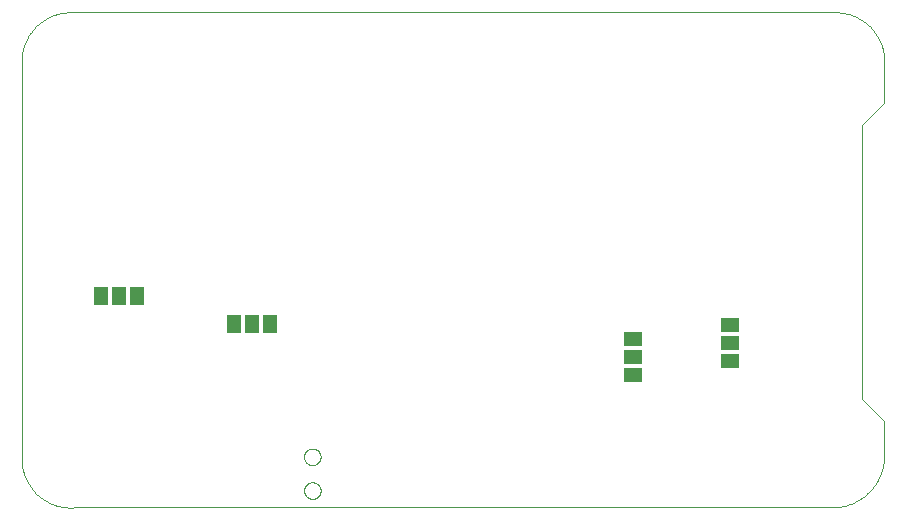
<source format=gbp>
G75*
%MOIN*%
%OFA0B0*%
%FSLAX25Y25*%
%IPPOS*%
%LPD*%
%AMOC8*
5,1,8,0,0,1.08239X$1,22.5*
%
%ADD10C,0.00000*%
%ADD11R,0.04600X0.06300*%
%ADD12R,0.06300X0.04600*%
D10*
X0032510Y0001517D02*
X0285010Y0001517D01*
X0285433Y0001522D01*
X0285855Y0001537D01*
X0286278Y0001563D01*
X0286699Y0001599D01*
X0287119Y0001645D01*
X0287539Y0001701D01*
X0287956Y0001767D01*
X0288372Y0001843D01*
X0288786Y0001929D01*
X0289198Y0002026D01*
X0289607Y0002132D01*
X0290014Y0002248D01*
X0290418Y0002374D01*
X0290818Y0002509D01*
X0291216Y0002654D01*
X0291609Y0002809D01*
X0291999Y0002973D01*
X0292385Y0003147D01*
X0292766Y0003330D01*
X0293143Y0003522D01*
X0293515Y0003723D01*
X0293882Y0003933D01*
X0294244Y0004151D01*
X0294600Y0004379D01*
X0294951Y0004615D01*
X0295296Y0004859D01*
X0295635Y0005112D01*
X0295968Y0005373D01*
X0296295Y0005641D01*
X0296615Y0005918D01*
X0296928Y0006202D01*
X0297234Y0006494D01*
X0297533Y0006793D01*
X0297825Y0007099D01*
X0298109Y0007412D01*
X0298386Y0007732D01*
X0298654Y0008059D01*
X0298915Y0008392D01*
X0299168Y0008731D01*
X0299412Y0009076D01*
X0299648Y0009427D01*
X0299876Y0009783D01*
X0300094Y0010145D01*
X0300304Y0010512D01*
X0300505Y0010884D01*
X0300697Y0011261D01*
X0300880Y0011642D01*
X0301054Y0012028D01*
X0301218Y0012418D01*
X0301373Y0012811D01*
X0301518Y0013209D01*
X0301653Y0013609D01*
X0301779Y0014013D01*
X0301895Y0014420D01*
X0302001Y0014829D01*
X0302098Y0015241D01*
X0302184Y0015655D01*
X0302260Y0016071D01*
X0302326Y0016488D01*
X0302382Y0016908D01*
X0302428Y0017328D01*
X0302464Y0017749D01*
X0302490Y0018172D01*
X0302505Y0018594D01*
X0302510Y0019017D01*
X0302461Y0019017D02*
X0302510Y0030267D01*
X0295010Y0037767D01*
X0295010Y0129017D01*
X0302461Y0136467D01*
X0302461Y0149066D01*
X0302510Y0149017D02*
X0302535Y0149410D01*
X0302551Y0149804D01*
X0302558Y0150197D01*
X0302555Y0150591D01*
X0302542Y0150985D01*
X0302520Y0151378D01*
X0302488Y0151771D01*
X0302447Y0152162D01*
X0302397Y0152553D01*
X0302337Y0152942D01*
X0302268Y0153330D01*
X0302189Y0153716D01*
X0302101Y0154100D01*
X0302004Y0154481D01*
X0301897Y0154861D01*
X0301782Y0155237D01*
X0301657Y0155611D01*
X0301523Y0155981D01*
X0301381Y0156348D01*
X0301230Y0156712D01*
X0301069Y0157072D01*
X0300901Y0157428D01*
X0300723Y0157779D01*
X0300538Y0158127D01*
X0300344Y0158469D01*
X0300141Y0158807D01*
X0299931Y0159140D01*
X0299712Y0159468D01*
X0299486Y0159790D01*
X0299252Y0160107D01*
X0299011Y0160418D01*
X0298762Y0160723D01*
X0298505Y0161022D01*
X0298242Y0161315D01*
X0297971Y0161601D01*
X0297694Y0161881D01*
X0297410Y0162154D01*
X0297120Y0162420D01*
X0296823Y0162679D01*
X0296520Y0162930D01*
X0296211Y0163175D01*
X0295896Y0163411D01*
X0295576Y0163640D01*
X0295250Y0163861D01*
X0294919Y0164075D01*
X0294582Y0164280D01*
X0294241Y0164477D01*
X0293896Y0164666D01*
X0293546Y0164846D01*
X0293191Y0165018D01*
X0292833Y0165181D01*
X0292470Y0165335D01*
X0292104Y0165481D01*
X0291735Y0165618D01*
X0291363Y0165746D01*
X0290987Y0165864D01*
X0290609Y0165974D01*
X0290228Y0166075D01*
X0289845Y0166166D01*
X0289460Y0166248D01*
X0289073Y0166320D01*
X0288684Y0166384D01*
X0288294Y0166438D01*
X0287902Y0166482D01*
X0287510Y0166517D01*
X0032510Y0166517D01*
X0032115Y0166543D01*
X0031720Y0166559D01*
X0031324Y0166565D01*
X0030928Y0166562D01*
X0030532Y0166549D01*
X0030137Y0166526D01*
X0029743Y0166494D01*
X0029349Y0166453D01*
X0028957Y0166401D01*
X0028565Y0166341D01*
X0028176Y0166271D01*
X0027788Y0166191D01*
X0027403Y0166102D01*
X0027019Y0166004D01*
X0026638Y0165896D01*
X0026260Y0165779D01*
X0025885Y0165653D01*
X0025513Y0165518D01*
X0025144Y0165374D01*
X0024779Y0165221D01*
X0024418Y0165059D01*
X0024061Y0164889D01*
X0023708Y0164710D01*
X0023359Y0164522D01*
X0023015Y0164326D01*
X0022676Y0164121D01*
X0022342Y0163909D01*
X0022014Y0163688D01*
X0021691Y0163460D01*
X0021373Y0163224D01*
X0021061Y0162980D01*
X0020756Y0162728D01*
X0020456Y0162469D01*
X0020163Y0162204D01*
X0019876Y0161931D01*
X0019596Y0161651D01*
X0019323Y0161364D01*
X0019058Y0161071D01*
X0018799Y0160771D01*
X0018547Y0160466D01*
X0018303Y0160154D01*
X0018067Y0159836D01*
X0017839Y0159513D01*
X0017618Y0159185D01*
X0017406Y0158851D01*
X0017201Y0158512D01*
X0017005Y0158168D01*
X0016817Y0157819D01*
X0016638Y0157466D01*
X0016468Y0157109D01*
X0016306Y0156748D01*
X0016153Y0156383D01*
X0016009Y0156014D01*
X0015874Y0155642D01*
X0015748Y0155267D01*
X0015631Y0154889D01*
X0015523Y0154508D01*
X0015425Y0154124D01*
X0015336Y0153739D01*
X0015256Y0153351D01*
X0015186Y0152962D01*
X0015126Y0152570D01*
X0015074Y0152178D01*
X0015033Y0151784D01*
X0015001Y0151390D01*
X0014978Y0150995D01*
X0014965Y0150599D01*
X0014962Y0150203D01*
X0014968Y0149807D01*
X0014984Y0149412D01*
X0015010Y0149017D01*
X0015010Y0019017D01*
X0014984Y0018622D01*
X0014968Y0018227D01*
X0014962Y0017831D01*
X0014965Y0017435D01*
X0014978Y0017039D01*
X0015001Y0016644D01*
X0015033Y0016250D01*
X0015074Y0015856D01*
X0015126Y0015464D01*
X0015186Y0015072D01*
X0015256Y0014683D01*
X0015336Y0014295D01*
X0015425Y0013910D01*
X0015523Y0013526D01*
X0015631Y0013145D01*
X0015748Y0012767D01*
X0015874Y0012392D01*
X0016009Y0012020D01*
X0016153Y0011651D01*
X0016306Y0011286D01*
X0016468Y0010925D01*
X0016638Y0010568D01*
X0016817Y0010215D01*
X0017005Y0009866D01*
X0017201Y0009522D01*
X0017406Y0009183D01*
X0017618Y0008849D01*
X0017839Y0008521D01*
X0018067Y0008198D01*
X0018303Y0007880D01*
X0018547Y0007568D01*
X0018799Y0007263D01*
X0019058Y0006963D01*
X0019323Y0006670D01*
X0019596Y0006383D01*
X0019876Y0006103D01*
X0020163Y0005830D01*
X0020456Y0005565D01*
X0020756Y0005306D01*
X0021061Y0005054D01*
X0021373Y0004810D01*
X0021691Y0004574D01*
X0022014Y0004346D01*
X0022342Y0004125D01*
X0022676Y0003913D01*
X0023015Y0003708D01*
X0023359Y0003512D01*
X0023708Y0003324D01*
X0024061Y0003145D01*
X0024418Y0002975D01*
X0024779Y0002813D01*
X0025144Y0002660D01*
X0025513Y0002516D01*
X0025885Y0002381D01*
X0026260Y0002255D01*
X0026638Y0002138D01*
X0027019Y0002030D01*
X0027403Y0001932D01*
X0027788Y0001843D01*
X0028176Y0001763D01*
X0028565Y0001693D01*
X0028957Y0001633D01*
X0029349Y0001581D01*
X0029743Y0001540D01*
X0030137Y0001508D01*
X0030532Y0001485D01*
X0030928Y0001472D01*
X0031324Y0001469D01*
X0031720Y0001475D01*
X0032115Y0001491D01*
X0032510Y0001517D01*
X0109129Y0007142D02*
X0109131Y0007247D01*
X0109137Y0007352D01*
X0109147Y0007456D01*
X0109161Y0007560D01*
X0109179Y0007664D01*
X0109201Y0007766D01*
X0109226Y0007868D01*
X0109256Y0007969D01*
X0109289Y0008068D01*
X0109326Y0008166D01*
X0109367Y0008263D01*
X0109412Y0008358D01*
X0109460Y0008451D01*
X0109511Y0008543D01*
X0109567Y0008632D01*
X0109625Y0008719D01*
X0109687Y0008804D01*
X0109751Y0008887D01*
X0109819Y0008967D01*
X0109890Y0009044D01*
X0109964Y0009118D01*
X0110041Y0009190D01*
X0110120Y0009259D01*
X0110202Y0009324D01*
X0110286Y0009387D01*
X0110373Y0009446D01*
X0110462Y0009502D01*
X0110553Y0009555D01*
X0110646Y0009604D01*
X0110740Y0009649D01*
X0110836Y0009691D01*
X0110934Y0009729D01*
X0111033Y0009763D01*
X0111134Y0009794D01*
X0111235Y0009820D01*
X0111338Y0009843D01*
X0111441Y0009862D01*
X0111545Y0009877D01*
X0111649Y0009888D01*
X0111754Y0009895D01*
X0111859Y0009898D01*
X0111964Y0009897D01*
X0112069Y0009892D01*
X0112173Y0009883D01*
X0112277Y0009870D01*
X0112381Y0009853D01*
X0112484Y0009832D01*
X0112586Y0009807D01*
X0112687Y0009779D01*
X0112786Y0009746D01*
X0112885Y0009710D01*
X0112982Y0009670D01*
X0113077Y0009627D01*
X0113171Y0009579D01*
X0113263Y0009529D01*
X0113353Y0009475D01*
X0113441Y0009417D01*
X0113526Y0009356D01*
X0113609Y0009292D01*
X0113690Y0009225D01*
X0113768Y0009155D01*
X0113843Y0009081D01*
X0113915Y0009006D01*
X0113985Y0008927D01*
X0114051Y0008846D01*
X0114115Y0008762D01*
X0114175Y0008676D01*
X0114231Y0008588D01*
X0114285Y0008497D01*
X0114335Y0008405D01*
X0114381Y0008311D01*
X0114424Y0008215D01*
X0114463Y0008117D01*
X0114498Y0008019D01*
X0114529Y0007918D01*
X0114557Y0007817D01*
X0114581Y0007715D01*
X0114601Y0007612D01*
X0114617Y0007508D01*
X0114629Y0007404D01*
X0114637Y0007299D01*
X0114641Y0007194D01*
X0114641Y0007090D01*
X0114637Y0006985D01*
X0114629Y0006880D01*
X0114617Y0006776D01*
X0114601Y0006672D01*
X0114581Y0006569D01*
X0114557Y0006467D01*
X0114529Y0006366D01*
X0114498Y0006265D01*
X0114463Y0006167D01*
X0114424Y0006069D01*
X0114381Y0005973D01*
X0114335Y0005879D01*
X0114285Y0005787D01*
X0114231Y0005696D01*
X0114175Y0005608D01*
X0114115Y0005522D01*
X0114051Y0005438D01*
X0113985Y0005357D01*
X0113915Y0005278D01*
X0113843Y0005203D01*
X0113768Y0005129D01*
X0113690Y0005059D01*
X0113609Y0004992D01*
X0113526Y0004928D01*
X0113441Y0004867D01*
X0113353Y0004809D01*
X0113263Y0004755D01*
X0113171Y0004705D01*
X0113077Y0004657D01*
X0112982Y0004614D01*
X0112885Y0004574D01*
X0112786Y0004538D01*
X0112687Y0004505D01*
X0112586Y0004477D01*
X0112484Y0004452D01*
X0112381Y0004431D01*
X0112277Y0004414D01*
X0112173Y0004401D01*
X0112069Y0004392D01*
X0111964Y0004387D01*
X0111859Y0004386D01*
X0111754Y0004389D01*
X0111649Y0004396D01*
X0111545Y0004407D01*
X0111441Y0004422D01*
X0111338Y0004441D01*
X0111235Y0004464D01*
X0111134Y0004490D01*
X0111033Y0004521D01*
X0110934Y0004555D01*
X0110836Y0004593D01*
X0110740Y0004635D01*
X0110646Y0004680D01*
X0110553Y0004729D01*
X0110462Y0004782D01*
X0110373Y0004838D01*
X0110286Y0004897D01*
X0110202Y0004960D01*
X0110120Y0005025D01*
X0110041Y0005094D01*
X0109964Y0005166D01*
X0109890Y0005240D01*
X0109819Y0005317D01*
X0109751Y0005397D01*
X0109687Y0005480D01*
X0109625Y0005565D01*
X0109567Y0005652D01*
X0109511Y0005741D01*
X0109460Y0005833D01*
X0109412Y0005926D01*
X0109367Y0006021D01*
X0109326Y0006118D01*
X0109289Y0006216D01*
X0109256Y0006315D01*
X0109226Y0006416D01*
X0109201Y0006518D01*
X0109179Y0006620D01*
X0109161Y0006724D01*
X0109147Y0006828D01*
X0109137Y0006932D01*
X0109131Y0007037D01*
X0109129Y0007142D01*
X0109129Y0018392D02*
X0109131Y0018497D01*
X0109137Y0018602D01*
X0109147Y0018706D01*
X0109161Y0018810D01*
X0109179Y0018914D01*
X0109201Y0019016D01*
X0109226Y0019118D01*
X0109256Y0019219D01*
X0109289Y0019318D01*
X0109326Y0019416D01*
X0109367Y0019513D01*
X0109412Y0019608D01*
X0109460Y0019701D01*
X0109511Y0019793D01*
X0109567Y0019882D01*
X0109625Y0019969D01*
X0109687Y0020054D01*
X0109751Y0020137D01*
X0109819Y0020217D01*
X0109890Y0020294D01*
X0109964Y0020368D01*
X0110041Y0020440D01*
X0110120Y0020509D01*
X0110202Y0020574D01*
X0110286Y0020637D01*
X0110373Y0020696D01*
X0110462Y0020752D01*
X0110553Y0020805D01*
X0110646Y0020854D01*
X0110740Y0020899D01*
X0110836Y0020941D01*
X0110934Y0020979D01*
X0111033Y0021013D01*
X0111134Y0021044D01*
X0111235Y0021070D01*
X0111338Y0021093D01*
X0111441Y0021112D01*
X0111545Y0021127D01*
X0111649Y0021138D01*
X0111754Y0021145D01*
X0111859Y0021148D01*
X0111964Y0021147D01*
X0112069Y0021142D01*
X0112173Y0021133D01*
X0112277Y0021120D01*
X0112381Y0021103D01*
X0112484Y0021082D01*
X0112586Y0021057D01*
X0112687Y0021029D01*
X0112786Y0020996D01*
X0112885Y0020960D01*
X0112982Y0020920D01*
X0113077Y0020877D01*
X0113171Y0020829D01*
X0113263Y0020779D01*
X0113353Y0020725D01*
X0113441Y0020667D01*
X0113526Y0020606D01*
X0113609Y0020542D01*
X0113690Y0020475D01*
X0113768Y0020405D01*
X0113843Y0020331D01*
X0113915Y0020256D01*
X0113985Y0020177D01*
X0114051Y0020096D01*
X0114115Y0020012D01*
X0114175Y0019926D01*
X0114231Y0019838D01*
X0114285Y0019747D01*
X0114335Y0019655D01*
X0114381Y0019561D01*
X0114424Y0019465D01*
X0114463Y0019367D01*
X0114498Y0019269D01*
X0114529Y0019168D01*
X0114557Y0019067D01*
X0114581Y0018965D01*
X0114601Y0018862D01*
X0114617Y0018758D01*
X0114629Y0018654D01*
X0114637Y0018549D01*
X0114641Y0018444D01*
X0114641Y0018340D01*
X0114637Y0018235D01*
X0114629Y0018130D01*
X0114617Y0018026D01*
X0114601Y0017922D01*
X0114581Y0017819D01*
X0114557Y0017717D01*
X0114529Y0017616D01*
X0114498Y0017515D01*
X0114463Y0017417D01*
X0114424Y0017319D01*
X0114381Y0017223D01*
X0114335Y0017129D01*
X0114285Y0017037D01*
X0114231Y0016946D01*
X0114175Y0016858D01*
X0114115Y0016772D01*
X0114051Y0016688D01*
X0113985Y0016607D01*
X0113915Y0016528D01*
X0113843Y0016453D01*
X0113768Y0016379D01*
X0113690Y0016309D01*
X0113609Y0016242D01*
X0113526Y0016178D01*
X0113441Y0016117D01*
X0113353Y0016059D01*
X0113263Y0016005D01*
X0113171Y0015955D01*
X0113077Y0015907D01*
X0112982Y0015864D01*
X0112885Y0015824D01*
X0112786Y0015788D01*
X0112687Y0015755D01*
X0112586Y0015727D01*
X0112484Y0015702D01*
X0112381Y0015681D01*
X0112277Y0015664D01*
X0112173Y0015651D01*
X0112069Y0015642D01*
X0111964Y0015637D01*
X0111859Y0015636D01*
X0111754Y0015639D01*
X0111649Y0015646D01*
X0111545Y0015657D01*
X0111441Y0015672D01*
X0111338Y0015691D01*
X0111235Y0015714D01*
X0111134Y0015740D01*
X0111033Y0015771D01*
X0110934Y0015805D01*
X0110836Y0015843D01*
X0110740Y0015885D01*
X0110646Y0015930D01*
X0110553Y0015979D01*
X0110462Y0016032D01*
X0110373Y0016088D01*
X0110286Y0016147D01*
X0110202Y0016210D01*
X0110120Y0016275D01*
X0110041Y0016344D01*
X0109964Y0016416D01*
X0109890Y0016490D01*
X0109819Y0016567D01*
X0109751Y0016647D01*
X0109687Y0016730D01*
X0109625Y0016815D01*
X0109567Y0016902D01*
X0109511Y0016991D01*
X0109460Y0017083D01*
X0109412Y0017176D01*
X0109367Y0017271D01*
X0109326Y0017368D01*
X0109289Y0017466D01*
X0109256Y0017565D01*
X0109226Y0017666D01*
X0109201Y0017768D01*
X0109179Y0017870D01*
X0109161Y0017974D01*
X0109147Y0018078D01*
X0109137Y0018182D01*
X0109131Y0018287D01*
X0109129Y0018392D01*
D11*
X0097885Y0062767D03*
X0091885Y0062767D03*
X0085885Y0062767D03*
X0053510Y0072142D03*
X0047510Y0072142D03*
X0041510Y0072142D03*
D12*
X0218760Y0057517D03*
X0218760Y0051517D03*
X0218760Y0045517D03*
X0250948Y0050204D03*
X0250948Y0056204D03*
X0250948Y0062204D03*
M02*

</source>
